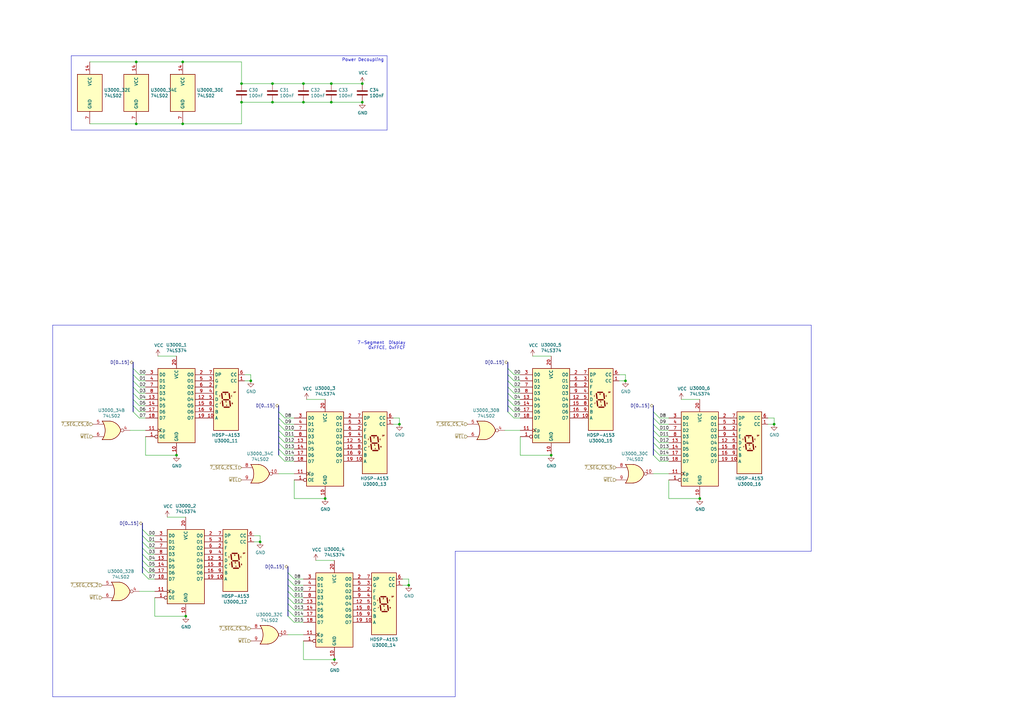
<source format=kicad_sch>
(kicad_sch (version 20250114) (generator "eeschema") (generator_version "9.0")
  (paper "A3")
  (lib_symbols
    (symbol "74xx:74LS02" (pin_names (offset 1.016))
      (property "Reference" "U" (at 0 1.27 0))
      (property "Value" "74LS02" (at 0 -1.27 0))
      (symbol "74LS02_1_1"
        (arc (start -3.81 3.81) (mid -2.589 0) (end -3.81 -3.81) (stroke (width 0.254)))
        (polyline (pts (xy -3.81 3.81) (xy -0.635 3.81)) (stroke (width 0.254)) (fill (type background)))
        (polyline (pts (xy -3.81 -3.81) (xy -0.635 -3.81)) (stroke (width 0.254)) (fill (type background)))
        (arc (start 3.81 0) (mid 2.1855 -2.584) (end -0.6096 -3.81) (stroke (width 0.254)) (fill (type background)))
        (arc (start -0.6096 3.81) (mid 2.1928 2.5924) (end 3.81 0) (stroke (width 0.254)) (fill (type background)))
        (polyline (pts (xy -0.635 3.81) (xy -3.81 3.81) (xy -3.81 3.81) (xy -3.556 3.4036) (xy -3.0226 2.2606) (xy -2.6924 1.0414) (xy -2.6162 -0.254) (xy -2.7686 -1.4986) (xy -3.175 -2.7178) (xy -3.81 -3.81) (xy -3.81 -3.81) (xy -0.635 -3.81)) (stroke (width -25.4)) (fill (type background)))
        (pin input line (at -7.62 2.54 0) (length 4.318) (name "~") (number "2"))
        (pin input line (at -7.62 -2.54 0) (length 4.318) (name "~") (number "3"))
        (pin output inverted (at 7.62 0 180) (length 3.81) (name "~") (number "1"))
      )
      (symbol "74LS02_1_2"
        (arc (start 0 3.81) (mid 3.7934 0) (end 0 -3.81) (stroke (width 0.254)) (fill (type background)))
        (polyline (pts (xy 0 3.81) (xy -3.81 3.81) (xy -3.81 -3.81) (xy 0 -3.81)) (stroke (width 0.254)) (fill (type background)))
        (pin input inverted (at -7.62 2.54 0) (length 3.81) (name "~") (number "2"))
        (pin input inverted (at -7.62 -2.54 0) (length 3.81) (name "~") (number "3"))
        (pin output line (at 7.62 0 180) (length 3.81) (name "~") (number "1"))
      )
      (symbol "74LS02_2_1"
        (arc (start -3.81 3.81) (mid -2.589 0) (end -3.81 -3.81) (stroke (width 0.254)))
        (polyline (pts (xy -3.81 3.81) (xy -0.635 3.81)) (stroke (width 0.254)) (fill (type background)))
        (polyline (pts (xy -3.81 -3.81) (xy -0.635 -3.81)) (stroke (width 0.254)) (fill (type background)))
        (arc (start 3.81 0) (mid 2.1855 -2.584) (end -0.6096 -3.81) (stroke (width 0.254)) (fill (type background)))
        (arc (start -0.6096 3.81) (mid 2.1928 2.5924) (end 3.81 0) (stroke (width 0.254)) (fill (type background)))
        (polyline (pts (xy -0.635 3.81) (xy -3.81 3.81) (xy -3.81 3.81) (xy -3.556 3.4036) (xy -3.0226 2.2606) (xy -2.6924 1.0414) (xy -2.6162 -0.254) (xy -2.7686 -1.4986) (xy -3.175 -2.7178) (xy -3.81 -3.81) (xy -3.81 -3.81) (xy -0.635 -3.81)) (stroke (width -25.4)) (fill (type background)))
        (pin input line (at -7.62 2.54 0) (length 4.318) (name "~") (number "5"))
        (pin input line (at -7.62 -2.54 0) (length 4.318) (name "~") (number "6"))
        (pin output inverted (at 7.62 0 180) (length 3.81) (name "~") (number "4"))
      )
      (symbol "74LS02_2_2"
        (arc (start 0 3.81) (mid 3.7934 0) (end 0 -3.81) (stroke (width 0.254)) (fill (type background)))
        (polyline (pts (xy 0 3.81) (xy -3.81 3.81) (xy -3.81 -3.81) (xy 0 -3.81)) (stroke (width 0.254)) (fill (type background)))
        (pin input inverted (at -7.62 2.54 0) (length 3.81) (name "~") (number "5"))
        (pin input inverted (at -7.62 -2.54 0) (length 3.81) (name "~") (number "6"))
        (pin output line (at 7.62 0 180) (length 3.81) (name "~") (number "4"))
      )
      (symbol "74LS02_3_1"
        (arc (start -3.81 3.81) (mid -2.589 0) (end -3.81 -3.81) (stroke (width 0.254)))
        (polyline (pts (xy -3.81 3.81) (xy -0.635 3.81)) (stroke (width 0.254)) (fill (type background)))
        (polyline (pts (xy -3.81 -3.81) (xy -0.635 -3.81)) (stroke (width 0.254)) (fill (type background)))
        (arc (start 3.81 0) (mid 2.1855 -2.584) (end -0.6096 -3.81) (stroke (width 0.254)) (fill (type background)))
        (arc (start -0.6096 3.81) (mid 2.1928 2.5924) (end 3.81 0) (stroke (width 0.254)) (fill (type background)))
        (polyline (pts (xy -0.635 3.81) (xy -3.81 3.81) (xy -3.81 3.81) (xy -3.556 3.4036) (xy -3.0226 2.2606) (xy -2.6924 1.0414) (xy -2.6162 -0.254) (xy -2.7686 -1.4986) (xy -3.175 -2.7178) (xy -3.81 -3.81) (xy -3.81 -3.81) (xy -0.635 -3.81)) (stroke (width -25.4)) (fill (type background)))
        (pin input line (at -7.62 2.54 0) (length 4.318) (name "~") (number "8"))
        (pin input line (at -7.62 -2.54 0) (length 4.318) (name "~") (number "9"))
        (pin output inverted (at 7.62 0 180) (length 3.81) (name "~") (number "10"))
      )
      (symbol "74LS02_3_2"
        (arc (start 0 3.81) (mid 3.7934 0) (end 0 -3.81) (stroke (width 0.254)) (fill (type background)))
        (polyline (pts (xy 0 3.81) (xy -3.81 3.81) (xy -3.81 -3.81) (xy 0 -3.81)) (stroke (width 0.254)) (fill (type background)))
        (pin input inverted (at -7.62 2.54 0) (length 3.81) (name "~") (number "8"))
        (pin input inverted (at -7.62 -2.54 0) (length 3.81) (name "~") (number "9"))
        (pin output line (at 7.62 0 180) (length 3.81) (name "~") (number "10"))
      )
      (symbol "74LS02_4_1"
        (arc (start -3.81 3.81) (mid -2.589 0) (end -3.81 -3.81) (stroke (width 0.254)))
        (polyline (pts (xy -3.81 3.81) (xy -0.635 3.81)) (stroke (width 0.254)) (fill (type background)))
        (polyline (pts (xy -3.81 -3.81) (xy -0.635 -3.81)) (stroke (width 0.254)) (fill (type background)))
        (arc (start 3.81 0) (mid 2.1855 -2.584) (end -0.6096 -3.81) (stroke (width 0.254)) (fill (type background)))
        (arc (start -0.6096 3.81) (mid 2.1928 2.5924) (end 3.81 0) (stroke (width 0.254)) (fill (type background)))
        (polyline (pts (xy -0.635 3.81) (xy -3.81 3.81) (xy -3.81 3.81) (xy -3.556 3.4036) (xy -3.0226 2.2606) (xy -2.6924 1.0414) (xy -2.6162 -0.254) (xy -2.7686 -1.4986) (xy -3.175 -2.7178) (xy -3.81 -3.81) (xy -3.81 -3.81) (xy -0.635 -3.81)) (stroke (width -25.4)) (fill (type background)))
        (pin input line (at -7.62 2.54 0) (length 4.318) (name "~") (number "11"))
        (pin input line (at -7.62 -2.54 0) (length 4.318) (name "~") (number "12"))
        (pin output inverted (at 7.62 0 180) (length 3.81) (name "~") (number "13"))
      )
      (symbol "74LS02_4_2"
        (arc (start 0 3.81) (mid 3.7934 0) (end 0 -3.81) (stroke (width 0.254)) (fill (type background)))
        (polyline (pts (xy 0 3.81) (xy -3.81 3.81) (xy -3.81 -3.81) (xy 0 -3.81)) (stroke (width 0.254)) (fill (type background)))
        (pin input inverted (at -7.62 2.54 0) (length 3.81) (name "~") (number "11"))
        (pin input inverted (at -7.62 -2.54 0) (length 3.81) (name "~") (number "12"))
        (pin output line (at 7.62 0 180) (length 3.81) (name "~") (number "13"))
      )
      (symbol "74LS02_5_0"
        (pin power_in line (at 0 12.7 270) (length 5.08) (name "VCC") (number "14"))
        (pin power_in line (at 0 -12.7 90) (length 5.08) (name "GND") (number "7"))
      )
      (symbol "74LS02_5_1"
        (rectangle (start -5.08 7.62) (end 5.08 -7.62) (stroke (width 0.254)) (fill (type background)))
      )
    )
    (symbol "74xx:74LS374"
      (property "Reference" "U" (at -7.62 16.51 0))
      (property "Value" "74LS374" (at -7.62 -16.51 0))
      (symbol "74LS374_1_0"
        (pin input line (at -12.7 12.7 0) (length 5.08) (name "D0") (number "3"))
        (pin input line (at -12.7 10.16 0) (length 5.08) (name "D1") (number "4"))
        (pin input line (at -12.7 7.62 0) (length 5.08) (name "D2") (number "7"))
        (pin input line (at -12.7 5.08 0) (length 5.08) (name "D3") (number "8"))
        (pin input line (at -12.7 2.54 0) (length 5.08) (name "D4") (number "13"))
        (pin input line (at -12.7 0 0) (length 5.08) (name "D5") (number "14"))
        (pin input line (at -12.7 -2.54 0) (length 5.08) (name "D6") (number "17"))
        (pin input line (at -12.7 -5.08 0) (length 5.08) (name "D7") (number "18"))
        (pin input clock (at -12.7 -10.16 0) (length 5.08) (name "Cp") (number "11"))
        (pin input inverted (at -12.7 -12.7 0) (length 5.08) (name "OE") (number "1"))
        (pin power_in line (at 0 20.32 270) (length 5.08) (name "VCC") (number "20"))
        (pin power_in line (at 0 -20.32 90) (length 5.08) (name "GND") (number "10"))
        (pin tri_state line (at 12.7 12.7 180) (length 5.08) (name "O0") (number "2"))
        (pin tri_state line (at 12.7 10.16 180) (length 5.08) (name "O1") (number "5"))
        (pin tri_state line (at 12.7 7.62 180) (length 5.08) (name "O2") (number "6"))
        (pin tri_state line (at 12.7 5.08 180) (length 5.08) (name "O3") (number "9"))
        (pin tri_state line (at 12.7 2.54 180) (length 5.08) (name "O4") (number "12"))
        (pin tri_state line (at 12.7 0 180) (length 5.08) (name "O5") (number "15"))
        (pin tri_state line (at 12.7 -2.54 180) (length 5.08) (name "O6") (number "16"))
        (pin tri_state line (at 12.7 -5.08 180) (length 5.08) (name "O7") (number "19"))
      )
      (symbol "74LS374_1_1"
        (rectangle (start -7.62 15.24) (end 7.62 -15.24) (stroke (width 0.254)) (fill (type background)))
      )
    )
    (symbol "Device:C" (pin_numbers (hide yes)) (pin_names (offset 0.254))
      (property "Reference" "C" (at 0.635 2.54 0))
      (property "Value" "C" (at 0.635 -2.54 0))
      (symbol "C_0_1"
        (polyline (pts (xy -2.032 0.762) (xy 2.032 0.762)) (stroke (width 0.508)))
        (polyline (pts (xy -2.032 -0.762) (xy 2.032 -0.762)) (stroke (width 0.508)))
      )
      (symbol "C_1_1"
        (pin passive line (at 0 3.81 270) (length 2.794) (name "~") (number "1"))
        (pin passive line (at 0 -3.81 90) (length 2.794) (name "~") (number "2"))
      )
    )
    (symbol "Display_Character:HDSP-A153"
      (property "Reference" "U" (at -3.81 13.97 0))
      (property "Value" "HDSP-A153" (at 6.35 13.97 0))
      (symbol "HDSP-A153_1_0"
        (text "E" (at -2.54 -1.397 0) (effects (font (size 0.508 0.508))))
        (text "F" (at -2.286 1.651 0) (effects (font (size 0.508 0.508))))
        (text "D" (at -0.254 -2.159 0) (effects (font (size 0.508 0.508))))
        (text "G" (at 0 0.889 0) (effects (font (size 0.508 0.508))))
        (text "A" (at 0.254 2.413 0) (effects (font (size 0.508 0.508))))
        (text "C" (at 2.286 -1.397 0) (effects (font (size 0.508 0.508))))
        (text "B" (at 2.54 1.651 0) (effects (font (size 0.508 0.508))))
        (text "DP" (at 3.556 -2.921 0) (effects (font (size 0.508 0.508))))
      )
      (symbol "HDSP-A153_1_1"
        (rectangle (start -5.08 12.7) (end 5.08 -12.7) (stroke (width 0.254)) (fill (type background)))
        (polyline (pts (xy -1.524 -0.381) (xy -1.778 -2.413)) (stroke (width 0.508)))
        (polyline (pts (xy -1.27 2.667) (xy -1.524 0.635)) (stroke (width 0.508)))
        (polyline (pts (xy -1.27 -2.921) (xy 0.762 -2.921)) (stroke (width 0.508)))
        (polyline (pts (xy -1.016 0.127) (xy 1.016 0.127)) (stroke (width 0.508)))
        (polyline (pts (xy -0.762 3.175) (xy 1.27 3.175)) (stroke (width 0.508)))
        (polyline (pts (xy 1.524 -0.381) (xy 1.27 -2.413)) (stroke (width 0.508)))
        (polyline (pts (xy 1.778 2.667) (xy 1.524 0.635)) (stroke (width 0.508)))
        (polyline (pts (xy 2.54 -2.921) (xy 2.54 -2.921)) (stroke (width 0.508)))
        (pin input line (at -7.62 7.62 0) (length 2.54) (name "A") (number "10"))
        (pin input line (at -7.62 5.08 0) (length 2.54) (name "B") (number "9"))
        (pin input line (at -7.62 2.54 0) (length 2.54) (name "C") (number "8"))
        (pin input line (at -7.62 0 0) (length 2.54) (name "D") (number "5"))
        (pin input line (at -7.62 -2.54 0) (length 2.54) (name "E") (number "4"))
        (pin input line (at -7.62 -5.08 0) (length 2.54) (name "F") (number "2"))
        (pin input line (at -7.62 -7.62 0) (length 2.54) (name "G") (number "3"))
        (pin input line (at -7.62 -10.16 0) (length 2.54) (name "DP") (number "7"))
        (pin input line (at 7.62 -7.62 180) (length 2.54) (name "CC") (number "1"))
        (pin input line (at 7.62 -10.16 180) (length 2.54) (name "CC") (number "6"))
      )
    )
    (symbol "power:GND" (power) (pin_names (offset 0))
      (property "Value" "GND" (at 0 -3.81 0))
      (symbol "GND_0_1"
        (polyline (pts (xy 0 0) (xy 0 -1.27) (xy 1.27 -1.27) (xy 0 -2.54) (xy -1.27 -1.27) (xy 0 -1.27)))
      )
      (symbol "GND_1_1"
        (pin power_in line (at 0 0 270) (length 0) (hide yes) (name "GND") (number "1"))
      )
    )
    (symbol "power:VCC" (power) (pin_names (offset 0))
      (property "Value" "VCC" (at 0 3.81 0))
      (symbol "VCC_0_1"
        (polyline (pts (xy -0.762 1.27) (xy 0 2.54)))
        (polyline (pts (xy 0 2.54) (xy 0.762 1.27)))
        (polyline (pts (xy 0 0) (xy 0 2.54)))
      )
      (symbol "VCC_1_1"
        (pin power_in line (at 0 0 90) (length 0) (hide yes) (name "VCC") (number "1"))
      )
    )
  )
  (text "Power Decoupling" (at 157.48 25.4 0) (effects (font (size 1.27 1.27)) (justify right bottom)))
  (text "7-Segment  Display\n0xFFCE, 0xFFCF" (at 166.37 143.51 0) (effects (font (size 1.27 1.27)) (justify right bottom)))
  (junction (at 55.88 50.8))
  (junction (at 133.35 204.47))
  (junction (at 106.68 222.25))
  (junction (at 55.88 25.4))
  (junction (at 111.76 41.91))
  (junction (at 76.2 252.73))
  (junction (at 99.06 41.91))
  (junction (at 99.06 34.29))
  (junction (at 135.89 34.29))
  (junction (at 124.46 41.91))
  (junction (at 163.83 173.99))
  (junction (at 137.16 270.51))
  (junction (at 317.5 173.99))
  (junction (at 74.93 50.8))
  (junction (at 102.87 156.21))
  (junction (at 287.02 204.47))
  (junction (at 256.54 156.21))
  (junction (at 124.46 34.29))
  (junction (at 226.06 186.69))
  (junction (at 167.64 240.03))
  (junction (at 111.76 34.29))
  (junction (at 74.93 25.4))
  (junction (at 135.89 41.91))
  (junction (at 148.59 41.91))
  (junction (at 148.59 34.29))
  (junction (at 72.39 186.69))
  (bus_entry (at 210.82 156.21) (size -2.54 -2.54))
  (bus_entry (at 60.96 224.79) (size -2.54 -2.54))
  (bus_entry (at 116.84 176.53) (size -2.54 -2.54))
  (bus_entry (at 120.65 255.27) (size -2.54 -2.54))
  (bus_entry (at 116.84 171.45) (size -2.54 -2.54))
  (bus_entry (at 57.15 166.37) (size -2.54 -2.54))
  (bus_entry (at 270.51 179.07) (size -2.54 -2.54))
  (bus_entry (at 57.15 171.45) (size -2.54 -2.54))
  (bus_entry (at 120.65 245.11) (size -2.54 -2.54))
  (bus_entry (at 57.15 158.75) (size -2.54 -2.54))
  (bus_entry (at 116.84 173.99) (size -2.54 -2.54))
  (bus_entry (at 60.96 219.71) (size -2.54 -2.54))
  (bus_entry (at 270.51 186.69) (size -2.54 -2.54))
  (bus_entry (at 116.84 186.69) (size -2.54 -2.54))
  (bus_entry (at 120.65 242.57) (size -2.54 -2.54))
  (bus_entry (at 120.65 250.19) (size -2.54 -2.54))
  (bus_entry (at 270.51 176.53) (size -2.54 -2.54))
  (bus_entry (at 57.15 153.67) (size -2.54 -2.54))
  (bus_entry (at 270.51 184.15) (size -2.54 -2.54))
  (bus_entry (at 60.96 237.49) (size -2.54 -2.54))
  (bus_entry (at 60.96 227.33) (size -2.54 -2.54))
  (bus_entry (at 270.51 189.23) (size -2.54 -2.54))
  (bus_entry (at 210.82 171.45) (size -2.54 -2.54))
  (bus_entry (at 60.96 234.95) (size -2.54 -2.54))
  (bus_entry (at 210.82 163.83) (size -2.54 -2.54))
  (bus_entry (at 116.84 189.23) (size -2.54 -2.54))
  (bus_entry (at 270.51 173.99) (size -2.54 -2.54))
  (bus_entry (at 210.82 158.75) (size -2.54 -2.54))
  (bus_entry (at 270.51 171.45) (size -2.54 -2.54))
  (bus_entry (at 210.82 153.67) (size -2.54 -2.54))
  (bus_entry (at 57.15 161.29) (size -2.54 -2.54))
  (bus_entry (at 57.15 156.21) (size -2.54 -2.54))
  (bus_entry (at 210.82 168.91) (size -2.54 -2.54))
  (bus_entry (at 60.96 222.25) (size -2.54 -2.54))
  (bus_entry (at 116.84 181.61) (size -2.54 -2.54))
  (bus_entry (at 270.51 181.61) (size -2.54 -2.54))
  (bus_entry (at 120.65 247.65) (size -2.54 -2.54))
  (bus_entry (at 60.96 229.87) (size -2.54 -2.54))
  (bus_entry (at 120.65 252.73) (size -2.54 -2.54))
  (bus_entry (at 210.82 161.29) (size -2.54 -2.54))
  (bus_entry (at 210.82 166.37) (size -2.54 -2.54))
  (bus_entry (at 60.96 232.41) (size -2.54 -2.54))
  (bus_entry (at 57.15 163.83) (size -2.54 -2.54))
  (bus_entry (at 57.15 168.91) (size -2.54 -2.54))
  (bus_entry (at 120.65 237.49) (size -2.54 -2.54))
  (bus_entry (at 116.84 179.07) (size -2.54 -2.54))
  (bus_entry (at 116.84 184.15) (size -2.54 -2.54))
  (bus_entry (at 120.65 240.03) (size -2.54 -2.54))
  (wire (pts (xy 120.65 245.11) (xy 124.46 245.11)))
  (wire (pts (xy 59.69 163.83) (xy 57.15 163.83)))
  (wire (pts (xy 63.5 234.95) (xy 60.96 234.95)))
  (wire (pts (xy 133.35 204.47) (xy 120.65 204.47)))
  (wire (pts (xy 116.84 189.23) (xy 120.65 189.23)))
  (bus (pts (xy 208.28 161.29) (xy 208.28 163.83)))
  (wire (pts (xy 116.84 184.15) (xy 120.65 184.15)))
  (wire (pts (xy 270.51 176.53) (xy 274.32 176.53)))
  (bus (pts (xy 208.28 153.67) (xy 208.28 156.21)))
  (wire (pts (xy 102.87 156.21) (xy 100.33 156.21)))
  (wire (pts (xy 120.65 247.65) (xy 124.46 247.65)))
  (bus (pts (xy 58.42 217.17) (xy 58.42 219.71)))
  (wire (pts (xy 63.5 219.71) (xy 60.96 219.71)))
  (bus (pts (xy 118.11 240.03) (xy 118.11 242.57)))
  (wire (pts (xy 124.46 34.29) (xy 111.76 34.29)))
  (bus (pts (xy 54.61 158.75) (xy 54.61 161.29)))
  (bus (pts (xy 267.97 171.45) (xy 267.97 173.99)))
  (polyline (pts (xy 158.75 22.86) (xy 29.21 22.86)))
  (wire (pts (xy 213.36 163.83) (xy 210.82 163.83)))
  (bus (pts (xy 114.3 179.07) (xy 114.3 181.61)))
  (wire (pts (xy 314.96 171.45) (xy 317.5 171.45)))
  (bus (pts (xy 267.97 166.37) (xy 267.97 168.91)))
  (bus (pts (xy 118.11 242.57) (xy 118.11 245.11)))
  (bus (pts (xy 54.61 156.21) (xy 54.61 158.75)))
  (wire (pts (xy 279.4 163.83) (xy 287.02 163.83)))
  (wire (pts (xy 116.84 181.61) (xy 120.65 181.61)))
  (bus (pts (xy 114.3 184.15) (xy 114.3 186.69)))
  (wire (pts (xy 124.46 270.51) (xy 124.46 262.89)))
  (bus (pts (xy 208.28 158.75) (xy 208.28 161.29)))
  (bus (pts (xy 114.3 168.91) (xy 114.3 171.45)))
  (bus (pts (xy 267.97 168.91) (xy 267.97 171.45)))
  (wire (pts (xy 36.83 50.8) (xy 55.88 50.8)))
  (wire (pts (xy 270.51 179.07) (xy 274.32 179.07)))
  (wire (pts (xy 213.36 168.91) (xy 210.82 168.91)))
  (wire (pts (xy 256.54 156.21) (xy 254 156.21)))
  (wire (pts (xy 57.15 156.21) (xy 59.69 156.21)))
  (polyline (pts (xy 186.69 226.06) (xy 332.74 226.06)))
  (bus (pts (xy 54.61 151.13) (xy 54.61 153.67)))
  (wire (pts (xy 111.76 34.29) (xy 99.06 34.29)))
  (wire (pts (xy 59.69 176.53) (xy 53.34 176.53)))
  (bus (pts (xy 54.61 166.37) (xy 54.61 168.91)))
  (bus (pts (xy 54.61 153.67) (xy 54.61 156.21)))
  (wire (pts (xy 270.51 184.15) (xy 274.32 184.15)))
  (wire (pts (xy 74.93 25.4) (xy 55.88 25.4)))
  (wire (pts (xy 120.65 194.31) (xy 114.3 194.31)))
  (wire (pts (xy 287.02 204.47) (xy 274.32 204.47)))
  (wire (pts (xy 256.54 153.67) (xy 256.54 156.21)))
  (bus (pts (xy 208.28 156.21) (xy 208.28 158.75)))
  (wire (pts (xy 274.32 194.31) (xy 267.97 194.31)))
  (wire (pts (xy 317.5 173.99) (xy 314.96 173.99)))
  (bus (pts (xy 118.11 247.65) (xy 118.11 250.19)))
  (wire (pts (xy 135.89 34.29) (xy 124.46 34.29)))
  (wire (pts (xy 63.5 224.79) (xy 60.96 224.79)))
  (bus (pts (xy 267.97 173.99) (xy 267.97 176.53)))
  (polyline (pts (xy 21.59 285.75) (xy 186.69 285.75)))
  (polyline (pts (xy 21.59 133.35) (xy 21.59 285.75)))
  (wire (pts (xy 129.54 229.87) (xy 137.16 229.87)))
  (bus (pts (xy 267.97 179.07) (xy 267.97 181.61)))
  (wire (pts (xy 135.89 41.91) (xy 148.59 41.91)))
  (wire (pts (xy 270.51 173.99) (xy 274.32 173.99)))
  (wire (pts (xy 124.46 41.91) (xy 135.89 41.91)))
  (wire (pts (xy 116.84 186.69) (xy 120.65 186.69)))
  (wire (pts (xy 161.29 171.45) (xy 163.83 171.45)))
  (wire (pts (xy 125.73 163.83) (xy 133.35 163.83)))
  (wire (pts (xy 120.65 252.73) (xy 124.46 252.73)))
  (wire (pts (xy 57.15 161.29) (xy 59.69 161.29)))
  (wire (pts (xy 99.06 50.8) (xy 74.93 50.8)))
  (wire (pts (xy 270.51 181.61) (xy 274.32 181.61)))
  (wire (pts (xy 76.2 252.73) (xy 63.5 252.73)))
  (wire (pts (xy 210.82 161.29) (xy 213.36 161.29)))
  (bus (pts (xy 267.97 176.53) (xy 267.97 179.07)))
  (bus (pts (xy 58.42 224.79) (xy 58.42 227.33)))
  (bus (pts (xy 114.3 176.53) (xy 114.3 179.07)))
  (wire (pts (xy 120.65 242.57) (xy 124.46 242.57)))
  (bus (pts (xy 114.3 166.37) (xy 114.3 168.91)))
  (bus (pts (xy 118.11 232.41) (xy 118.11 234.95)))
  (bus (pts (xy 118.11 250.19) (xy 118.11 252.73)))
  (wire (pts (xy 270.51 186.69) (xy 274.32 186.69)))
  (wire (pts (xy 213.36 158.75) (xy 210.82 158.75)))
  (wire (pts (xy 60.96 222.25) (xy 63.5 222.25)))
  (wire (pts (xy 210.82 171.45) (xy 213.36 171.45)))
  (bus (pts (xy 208.28 163.83) (xy 208.28 166.37)))
  (wire (pts (xy 120.65 240.03) (xy 124.46 240.03)))
  (wire (pts (xy 165.1 237.49) (xy 167.64 237.49)))
  (bus (pts (xy 58.42 219.71) (xy 58.42 222.25)))
  (bus (pts (xy 118.11 245.11) (xy 118.11 247.65)))
  (wire (pts (xy 111.76 41.91) (xy 124.46 41.91)))
  (wire (pts (xy 57.15 166.37) (xy 59.69 166.37)))
  (wire (pts (xy 36.83 25.4) (xy 55.88 25.4)))
  (wire (pts (xy 148.59 34.29) (xy 135.89 34.29)))
  (wire (pts (xy 60.96 227.33) (xy 63.5 227.33)))
  (wire (pts (xy 106.68 222.25) (xy 104.14 222.25)))
  (wire (pts (xy 99.06 34.29) (xy 99.06 25.4)))
  (wire (pts (xy 226.06 186.69) (xy 213.36 186.69)))
  (wire (pts (xy 120.65 255.27) (xy 124.46 255.27)))
  (wire (pts (xy 270.51 171.45) (xy 274.32 171.45)))
  (bus (pts (xy 54.61 161.29) (xy 54.61 163.83)))
  (bus (pts (xy 267.97 181.61) (xy 267.97 184.15)))
  (wire (pts (xy 317.5 171.45) (xy 317.5 173.99)))
  (bus (pts (xy 58.42 227.33) (xy 58.42 229.87)))
  (wire (pts (xy 213.36 153.67) (xy 210.82 153.67)))
  (bus (pts (xy 118.11 237.49) (xy 118.11 240.03)))
  (bus (pts (xy 208.28 166.37) (xy 208.28 168.91)))
  (wire (pts (xy 116.84 173.99) (xy 120.65 173.99)))
  (wire (pts (xy 72.39 186.69) (xy 59.69 186.69)))
  (bus (pts (xy 58.42 232.41) (xy 58.42 234.95)))
  (polyline (pts (xy 332.74 133.35) (xy 21.59 133.35)))
  (wire (pts (xy 218.44 146.05) (xy 226.06 146.05)))
  (wire (pts (xy 116.84 179.07) (xy 120.65 179.07)))
  (wire (pts (xy 57.15 171.45) (xy 59.69 171.45)))
  (bus (pts (xy 208.28 148.59) (xy 208.28 151.13)))
  (wire (pts (xy 167.64 240.03) (xy 165.1 240.03)))
  (bus (pts (xy 58.42 222.25) (xy 58.42 224.79)))
  (wire (pts (xy 163.83 173.99) (xy 161.29 173.99)))
  (wire (pts (xy 59.69 168.91) (xy 57.15 168.91)))
  (bus (pts (xy 58.42 229.87) (xy 58.42 232.41)))
  (wire (pts (xy 213.36 186.69) (xy 213.36 179.07)))
  (wire (pts (xy 63.5 229.87) (xy 60.96 229.87)))
  (bus (pts (xy 58.42 214.63) (xy 58.42 217.17)))
  (wire (pts (xy 99.06 41.91) (xy 111.76 41.91)))
  (wire (pts (xy 210.82 156.21) (xy 213.36 156.21)))
  (polyline (pts (xy 29.21 22.86) (xy 29.21 53.34)))
  (wire (pts (xy 270.51 189.23) (xy 274.32 189.23)))
  (wire (pts (xy 99.06 41.91) (xy 99.06 50.8)))
  (polyline (pts (xy 158.75 22.86) (xy 158.75 53.34)))
  (wire (pts (xy 120.65 204.47) (xy 120.65 196.85)))
  (wire (pts (xy 68.58 212.09) (xy 76.2 212.09)))
  (wire (pts (xy 163.83 171.45) (xy 163.83 173.99)))
  (wire (pts (xy 60.96 237.49) (xy 63.5 237.49)))
  (polyline (pts (xy 186.69 226.06) (xy 186.69 285.75)))
  (bus (pts (xy 208.28 151.13) (xy 208.28 153.67)))
  (wire (pts (xy 102.87 153.67) (xy 102.87 156.21)))
  (wire (pts (xy 213.36 176.53) (xy 207.01 176.53)))
  (wire (pts (xy 100.33 153.67) (xy 102.87 153.67)))
  (polyline (pts (xy 332.74 133.35) (xy 332.74 226.06)))
  (polyline (pts (xy 29.21 53.34) (xy 158.75 53.34)))
  (wire (pts (xy 64.77 146.05) (xy 72.39 146.05)))
  (bus (pts (xy 118.11 234.95) (xy 118.11 237.49)))
  (wire (pts (xy 116.84 176.53) (xy 120.65 176.53)))
  (wire (pts (xy 63.5 252.73) (xy 63.5 245.11)))
  (wire (pts (xy 210.82 166.37) (xy 213.36 166.37)))
  (wire (pts (xy 104.14 219.71) (xy 106.68 219.71)))
  (wire (pts (xy 124.46 260.35) (xy 118.11 260.35)))
  (wire (pts (xy 74.93 50.8) (xy 55.88 50.8)))
  (wire (pts (xy 63.5 242.57) (xy 57.15 242.57)))
  (bus (pts (xy 267.97 184.15) (xy 267.97 186.69)))
  (wire (pts (xy 99.06 25.4) (xy 74.93 25.4)))
  (wire (pts (xy 137.16 270.51) (xy 124.46 270.51)))
  (wire (pts (xy 254 153.67) (xy 256.54 153.67)))
  (wire (pts (xy 59.69 158.75) (xy 57.15 158.75)))
  (wire (pts (xy 120.65 237.49) (xy 124.46 237.49)))
  (wire (pts (xy 106.68 219.71) (xy 106.68 222.25)))
  (wire (pts (xy 274.32 204.47) (xy 274.32 196.85)))
  (bus (pts (xy 114.3 181.61) (xy 114.3 184.15)))
  (wire (pts (xy 59.69 153.67) (xy 57.15 153.67)))
  (wire (pts (xy 60.96 232.41) (xy 63.5 232.41)))
  (wire (pts (xy 167.64 237.49) (xy 167.64 240.03)))
  (bus (pts (xy 54.61 163.83) (xy 54.61 166.37)))
  (wire (pts (xy 120.65 250.19) (xy 124.46 250.19)))
  (wire (pts (xy 116.84 171.45) (xy 120.65 171.45)))
  (bus (pts (xy 54.61 148.59) (xy 54.61 151.13)))
  (bus (pts (xy 114.3 171.45) (xy 114.3 173.99)))
  (wire (pts (xy 59.69 186.69) (xy 59.69 179.07)))
  (bus (pts (xy 114.3 173.99) (xy 114.3 176.53)))
  (label "D12" (at 116.84 181.61 0))
  (label "D0" (at 210.82 153.67 0))
  (label "D0" (at 60.96 219.71 0))
  (label "D7" (at 210.82 171.45 0))
  (label "D15" (at 116.84 189.23 0))
  (label "D9" (at 116.84 173.99 0))
  (label "D9" (at 120.65 240.03 0))
  (label "D7" (at 60.96 237.49 0))
  (label "D0" (at 57.15 153.67 0))
  (label "D1" (at 210.82 156.21 0))
  (label "D1" (at 60.96 222.25 0))
  (label "D15" (at 270.51 189.23 0))
  (label "D10" (at 120.65 242.57 0))
  (label "D10" (at 116.84 176.53 0))
  (label "D6" (at 210.82 168.91 0))
  (label "D9" (at 270.51 173.99 0))
  (label "D8" (at 120.65 237.49 0))
  (label "D2" (at 210.82 158.75 0))
  (label "D8" (at 270.51 171.45 0))
  (label "D15" (at 120.65 255.27 0))
  (label "D11" (at 116.84 179.07 0))
  (label "D5" (at 60.96 232.41 0))
  (label "D6" (at 60.96 234.95 0))
  (label "D1" (at 57.15 156.21 0))
  (label "D12" (at 270.51 181.61 0))
  (label "D11" (at 120.65 245.11 0))
  (label "D13" (at 270.51 184.15 0))
  (label "D5" (at 210.82 166.37 0))
  (label "D4" (at 210.82 163.83 0))
  (label "D7" (at 57.15 171.45 0))
  (label "D4" (at 57.15 163.83 0))
  (label "D14" (at 270.51 186.69 0))
  (label "D2" (at 57.15 158.75 0))
  (label "D6" (at 57.15 168.91 0))
  (label "D11" (at 270.51 179.07 0))
  (label "D8" (at 116.84 171.45 0))
  (label "D14" (at 120.65 252.73 0))
  (label "D14" (at 116.84 186.69 0))
  (label "D4" (at 60.96 229.87 0))
  (label "D13" (at 120.65 250.19 0))
  (label "D3" (at 210.82 161.29 0))
  (label "D3" (at 60.96 227.33 0))
  (label "D12" (at 120.65 247.65 0))
  (label "D13" (at 116.84 184.15 0))
  (label "D2" (at 60.96 224.79 0))
  (label "D5" (at 57.15 166.37 0))
  (label "D10" (at 270.51 176.53 0))
  (label "D3" (at 57.15 161.29 0))
  (hierarchical_label "D[0..15]" (shape bidirectional) (at 58.42 214.63 180))
  (hierarchical_label "D[0..15]" (shape bidirectional) (at 267.97 166.37 180))
  (hierarchical_label "D[0..15]" (shape bidirectional) (at 114.3 166.37 180))
  (hierarchical_label "~{WEL}" (shape input) (at 41.91 245.11 180))
  (hierarchical_label "~{WEL}" (shape input) (at 252.73 196.85 180))
  (hierarchical_label "~{7_SEG_CS_5}" (shape input) (at 252.73 191.77 180))
  (hierarchical_label "~{WEL}" (shape input) (at 38.1 179.07 180))
  (hierarchical_label "~{7_SEG_CS_0}" (shape input) (at 38.1 173.99 180))
  (hierarchical_label "~{WEL}" (shape input) (at 102.87 262.89 180))
  (hierarchical_label "~{WEL}" (shape input) (at 191.77 179.07 180))
  (hierarchical_label "~{7_SEG_CS_4}" (shape input) (at 191.77 173.99 180))
  (hierarchical_label "D[0..15]" (shape bidirectional) (at 54.61 148.59 180))
  (hierarchical_label "~{7_SEG_CS_2}" (shape input) (at 41.91 240.03 180))
  (hierarchical_label "D[0..15]" (shape bidirectional) (at 118.11 232.41 180))
  (hierarchical_label "~{WEL}" (shape input) (at 99.06 196.85 180))
  (hierarchical_label "D[0..15]" (shape bidirectional) (at 208.28 148.59 180))
  (hierarchical_label "~{7_SEG_CS_1}" (shape input) (at 99.06 191.77 180))
  (hierarchical_label "~{7_SEG_CS_3}" (shape input) (at 102.87 257.81 180))
  (symbol (lib_id "power:VCC") (at 218.44 146.05 0) (unit 1)
    (property "Reference" "#PWR059" (effects (hide yes)))
    (property "Value" "VCC" (at 218.821 141.6558 0))
  )
  (symbol (lib_id "power:VCC") (at 68.58 212.09 0) (unit 1)
    (property "Reference" "#PWR043" (effects (hide yes)))
    (property "Value" "VCC" (at 68.961 207.6958 0))
  )
  (symbol (lib_id "power:GND") (at 226.06 186.69 0) (unit 1)
    (property "Reference" "#PWR060" (effects (hide yes)))
    (property "Value" "GND" (at 226.187 191.0842 0))
  )
  (symbol (lib_id "power:GND") (at 137.16 270.51 0) (unit 1)
    (property "Reference" "#PWR054" (effects (hide yes)))
    (property "Value" "GND" (at 137.287 274.9042 0))
  )
  (symbol (lib_id "74xx:74LS374") (at 133.35 184.15 0) (unit 1)
    (property "Reference" "U3000_3" (at 133.35 159.2326 0))
    (property "Value" "74LS374" (at 133.35 161.544 0))
    (property "Footprint" "Package_DIP:DIP-20_W7.62mm" (effects (hide yes)))
    (property "Datasheet" "http://www.ti.com/lit/gpn/sn74LS374" (effects (hide yes)))
  )
  (symbol (lib_id "74xx:74LS02") (at 260.35 194.31 0) (unit 3)
    (property "Reference" "U3000_30" (at 260.35 186.055 0))
    (property "Value" "74LS02" (at 260.35 188.3664 0))
    (property "Footprint" "Package_DIP:DIP-20_W7.62mm" (effects (hide yes)))
    (property "Datasheet" "http://www.ti.com/lit/gpn/sn74ls02" (effects (hide yes)))
  )
  (symbol (lib_id "power:GND") (at 287.02 204.47 0) (unit 1)
    (property "Reference" "#PWR066" (effects (hide yes)))
    (property "Value" "GND" (at 287.147 208.8642 0))
  )
  (symbol (lib_id "power:GND") (at 76.2 252.73 0) (unit 1)
    (property "Reference" "#PWR045" (effects (hide yes)))
    (property "Value" "GND" (at 76.327 257.1242 0))
  )
  (symbol (lib_id "Display_Character:HDSP-A153") (at 246.38 163.83 0) (mirror x) (unit 1)
    (property "Reference" "U3000_15" (at 246.38 180.7718 0))
    (property "Value" "HDSP-A153" (at 246.38 178.4604 0))
    (property "Footprint" "Display_7Segment:HDSP-A151" (effects (hide yes)))
    (property "Datasheet" "https://docs.broadcom.com/docs/AV02-2553EN" (effects (hide yes)))
  )
  (symbol (lib_id "Display_Character:HDSP-A153") (at 153.67 181.61 0) (mirror x) (unit 1)
    (property "Reference" "U3000_13" (at 153.67 198.5518 0))
    (property "Value" "HDSP-A153" (at 153.67 196.2404 0))
    (property "Footprint" "Display_7Segment:HDSP-A151" (effects (hide yes)))
    (property "Datasheet" "https://docs.broadcom.com/docs/AV02-2553EN" (effects (hide yes)))
  )
  (symbol (lib_id "74xx:74LS02") (at 74.93 38.1 0) (unit 5)
    (property "Reference" "U3000_30" (at 80.772 36.9316 0) (effects (justify left)))
    (property "Value" "74LS02" (at 80.772 39.243 0) (effects (justify left)))
    (property "Footprint" "Package_DIP:DIP-20_W7.62mm" (effects (hide yes)))
    (property "Datasheet" "http://www.ti.com/lit/gpn/sn74ls02" (effects (hide yes)))
  )
  (symbol (lib_id "74xx:74LS374") (at 287.02 184.15 0) (unit 1)
    (property "Reference" "U3000_6" (at 287.02 159.2326 0))
    (property "Value" "74LS374" (at 287.02 161.544 0))
    (property "Footprint" "Package_DIP:DIP-20_W7.62mm" (effects (hide yes)))
    (property "Datasheet" "http://www.ti.com/lit/gpn/sn74LS374" (effects (hide yes)))
  )
  (symbol (lib_id "74xx:74LS02") (at 55.88 38.1 0) (unit 5)
    (property "Reference" "U3000_34" (at 61.722 36.9316 0) (effects (justify left)))
    (property "Value" "74LS02" (at 61.722 39.243 0) (effects (justify left)))
    (property "Footprint" "Package_DIP:DIP-20_W7.62mm" (effects (hide yes)))
    (property "Datasheet" "http://www.ti.com/lit/gpn/sn74ls02" (effects (hide yes)))
  )
  (symbol (lib_id "power:VCC") (at 64.77 146.05 0) (unit 1)
    (property "Reference" "#PWR041" (effects (hide yes)))
    (property "Value" "VCC" (at 65.151 141.6558 0))
  )
  (symbol (lib_id "74xx:74LS02") (at 45.72 176.53 0) (unit 2)
    (property "Reference" "U3000_34" (at 45.72 168.275 0))
    (property "Value" "74LS02" (at 45.72 170.5864 0))
    (property "Footprint" "Package_DIP:DIP-20_W7.62mm" (effects (hide yes)))
    (property "Datasheet" "http://www.ti.com/lit/gpn/sn74ls02" (effects (hide yes)))
  )
  (symbol (lib_id "power:GND") (at 148.59 41.91 0) (unit 1)
    (property "Reference" "#PWR050" (effects (hide yes)))
    (property "Value" "GND" (at 148.717 46.3042 0))
  )
  (symbol (lib_id "74xx:74LS374") (at 226.06 166.37 0) (unit 1)
    (property "Reference" "U3000_5" (at 226.06 141.4526 0))
    (property "Value" "74LS374" (at 226.06 143.764 0))
    (property "Footprint" "Package_DIP:DIP-20_W7.62mm" (effects (hide yes)))
    (property "Datasheet" "http://www.ti.com/lit/gpn/sn74LS374" (effects (hide yes)))
  )
  (symbol (lib_id "power:GND") (at 167.64 240.03 0) (unit 1)
    (property "Reference" "#PWR057" (effects (hide yes)))
    (property "Value" "GND" (at 167.767 244.4242 0))
  )
  (symbol (lib_id "power:GND") (at 72.39 186.69 0) (unit 1)
    (property "Reference" "#PWR044" (effects (hide yes)))
    (property "Value" "GND" (at 72.517 191.0842 0))
  )
  (symbol (lib_id "74xx:74LS02") (at 110.49 260.35 0) (unit 3)
    (property "Reference" "U3000_32" (at 110.49 252.095 0))
    (property "Value" "74LS02" (at 110.49 254.4064 0))
    (property "Footprint" "Package_DIP:DIP-20_W7.62mm" (effects (hide yes)))
    (property "Datasheet" "http://www.ti.com/lit/gpn/sn74ls02" (effects (hide yes)))
  )
  (symbol (lib_id "74xx:74LS02") (at 36.83 38.1 0) (unit 5)
    (property "Reference" "U3000_32" (at 42.672 36.9316 0) (effects (justify left)))
    (property "Value" "74LS02" (at 42.672 39.243 0) (effects (justify left)))
    (property "Footprint" "Package_DIP:DIP-20_W7.62mm" (effects (hide yes)))
    (property "Datasheet" "http://www.ti.com/lit/gpn/sn74ls02" (effects (hide yes)))
  )
  (symbol (lib_id "74xx:74LS02") (at 199.39 176.53 0) (unit 2)
    (property "Reference" "U3000_30" (at 199.39 168.275 0))
    (property "Value" "74LS02" (at 199.39 170.5864 0))
    (property "Footprint" "Package_DIP:DIP-20_W7.62mm" (effects (hide yes)))
    (property "Datasheet" "http://www.ti.com/lit/gpn/sn74ls02" (effects (hide yes)))
  )
  (symbol (lib_id "power:VCC") (at 279.4 163.83 0) (unit 1)
    (property "Reference" "#PWR065" (effects (hide yes)))
    (property "Value" "VCC" (at 279.781 159.4358 0))
  )
  (symbol (lib_id "power:VCC") (at 148.59 34.29 0) (unit 1)
    (property "Reference" "#PWR049" (effects (hide yes)))
    (property "Value" "VCC" (at 148.971 29.8958 0))
  )
  (symbol (lib_id "74xx:74LS02") (at 49.53 242.57 0) (unit 2)
    (property "Reference" "U3000_32" (at 49.53 234.315 0))
    (property "Value" "74LS02" (at 49.53 236.6264 0))
    (property "Footprint" "Package_DIP:DIP-20_W7.62mm" (effects (hide yes)))
    (property "Datasheet" "http://www.ti.com/lit/gpn/sn74ls02" (effects (hide yes)))
  )
  (symbol (lib_id "Device:C") (at 124.46 38.1 0) (unit 1)
    (property "Reference" "C32" (at 127.381 36.9316 0) (effects (justify left)))
    (property "Value" "100nF" (at 127.381 39.243 0) (effects (justify left)))
    (property "Footprint" "Capacitor_THT:C_Rect_L4.0mm_W2.5mm_P2.50mm" (effects (hide yes)))
  )
  (symbol (lib_id "Device:C") (at 135.89 38.1 0) (unit 1)
    (property "Reference" "C33" (at 138.811 36.9316 0) (effects (justify left)))
    (property "Value" "100nF" (at 138.811 39.243 0) (effects (justify left)))
    (property "Footprint" "Capacitor_THT:C_Rect_L4.0mm_W2.5mm_P2.50mm" (effects (hide yes)))
  )
  (symbol (lib_id "power:VCC") (at 125.73 163.83 0) (unit 1)
    (property "Reference" "#PWR051" (effects (hide yes)))
    (property "Value" "VCC" (at 126.111 159.4358 0))
  )
  (symbol (lib_id "Display_Character:HDSP-A153") (at 157.48 247.65 0) (mirror x) (unit 1)
    (property "Reference" "U3000_14" (at 157.48 264.5918 0))
    (property "Value" "HDSP-A153" (at 157.48 262.2804 0))
    (property "Footprint" "Display_7Segment:HDSP-A151" (effects (hide yes)))
    (property "Datasheet" "https://docs.broadcom.com/docs/AV02-2553EN" (effects (hide yes)))
  )
  (symbol (lib_id "74xx:74LS374") (at 76.2 232.41 0) (unit 1)
    (property "Reference" "U3000_2" (at 76.2 207.4926 0))
    (property "Value" "74LS374" (at 76.2 209.804 0))
    (property "Footprint" "Package_DIP:DIP-20_W7.62mm" (effects (hide yes)))
    (property "Datasheet" "http://www.ti.com/lit/gpn/sn74LS374" (effects (hide yes)))
  )
  (symbol (lib_id "74xx:74LS374") (at 72.39 166.37 0) (unit 1)
    (property "Reference" "U3000_1" (at 72.39 141.4526 0))
    (property "Value" "74LS374" (at 72.39 143.764 0))
    (property "Footprint" "Package_DIP:DIP-20_W7.62mm" (effects (hide yes)))
    (property "Datasheet" "http://www.ti.com/lit/gpn/sn74LS374" (effects (hide yes)))
  )
  (symbol (lib_id "power:VCC") (at 129.54 229.87 0) (unit 1)
    (property "Reference" "#PWR052" (effects (hide yes)))
    (property "Value" "VCC" (at 129.921 225.4758 0))
  )
  (symbol (lib_id "power:GND") (at 317.5 173.99 0) (unit 1)
    (property "Reference" "#PWR067" (effects (hide yes)))
    (property "Value" "GND" (at 317.627 178.3842 0))
  )
  (symbol (lib_id "Device:C") (at 111.76 38.1 0) (unit 1)
    (property "Reference" "C31" (at 114.681 36.9316 0) (effects (justify left)))
    (property "Value" "100nF" (at 114.681 39.243 0) (effects (justify left)))
    (property "Footprint" "Capacitor_THT:C_Rect_L4.0mm_W2.5mm_P2.50mm" (effects (hide yes)))
  )
  (symbol (lib_id "74xx:74LS374") (at 137.16 250.19 0) (unit 1)
    (property "Reference" "U3000_4" (at 137.16 225.2726 0))
    (property "Value" "74LS374" (at 137.16 227.584 0))
    (property "Footprint" "Package_DIP:DIP-20_W7.62mm" (effects (hide yes)))
    (property "Datasheet" "http://www.ti.com/lit/gpn/sn74LS374" (effects (hide yes)))
  )
  (symbol (lib_id "Device:C") (at 148.59 38.1 0) (unit 1)
    (property "Reference" "C34" (at 151.511 36.9316 0) (effects (justify left)))
    (property "Value" "100nF" (at 151.511 39.243 0) (effects (justify left)))
    (property "Footprint" "Capacitor_THT:C_Rect_L4.0mm_W2.5mm_P2.50mm" (effects (hide yes)))
  )
  (symbol (lib_id "power:GND") (at 163.83 173.99 0) (unit 1)
    (property "Reference" "#PWR055" (effects (hide yes)))
    (property "Value" "GND" (at 163.957 178.3842 0))
  )
  (symbol (lib_id "power:GND") (at 106.68 222.25 0) (unit 1)
    (property "Reference" "#PWR048" (effects (hide yes)))
    (property "Value" "GND" (at 106.807 226.6442 0))
  )
  (symbol (lib_id "power:GND") (at 102.87 156.21 0) (unit 1)
    (property "Reference" "#PWR047" (effects (hide yes)))
    (property "Value" "GND" (at 102.997 160.6042 0))
  )
  (symbol (lib_id "Display_Character:HDSP-A153") (at 92.71 163.83 0) (mirror x) (unit 1)
    (property "Reference" "U3000_11" (at 92.71 180.7718 0))
    (property "Value" "HDSP-A153" (at 92.71 178.4604 0))
    (property "Footprint" "Display_7Segment:HDSP-A151" (effects (hide yes)))
    (property "Datasheet" "https://docs.broadcom.com/docs/AV02-2553EN" (effects (hide yes)))
  )
  (symbol (lib_id "power:GND") (at 133.35 204.47 0) (unit 1)
    (property "Reference" "#PWR053" (effects (hide yes)))
    (property "Value" "GND" (at 133.477 208.8642 0))
  )
  (symbol (lib_id "74xx:74LS02") (at 106.68 194.31 0) (unit 3)
    (property "Reference" "U3000_34" (at 106.68 186.055 0))
    (property "Value" "74LS02" (at 106.68 188.3664 0))
    (property "Footprint" "Package_DIP:DIP-20_W7.62mm" (effects (hide yes)))
    (property "Datasheet" "http://www.ti.com/lit/gpn/sn74ls02" (effects (hide yes)))
  )
  (symbol (lib_id "Display_Character:HDSP-A153") (at 96.52 229.87 0) (mirror x) (unit 1)
    (property "Reference" "U3000_12" (at 96.52 246.8118 0))
    (property "Value" "HDSP-A153" (at 96.52 244.5004 0))
    (property "Footprint" "Display_7Segment:HDSP-A151" (effects (hide yes)))
    (property "Datasheet" "https://docs.broadcom.com/docs/AV02-2553EN" (effects (hide yes)))
  )
  (symbol (lib_id "Device:C") (at 99.06 38.1 0) (unit 1)
    (property "Reference" "C30" (at 101.981 36.9316 0) (effects (justify left)))
    (property "Value" "100nF" (at 101.981 39.243 0) (effects (justify left)))
    (property "Footprint" "Capacitor_THT:C_Rect_L4.0mm_W2.5mm_P2.50mm" (effects (hide yes)))
  )
  (symbol (lib_id "power:GND") (at 256.54 156.21 0) (unit 1)
    (property "Reference" "#PWR063" (effects (hide yes)))
    (property "Value" "GND" (at 256.667 160.6042 0))
  )
  (symbol (lib_id "Display_Character:HDSP-A153") (at 307.34 181.61 0) (mirror x) (unit 1)
    (property "Reference" "U3000_16" (at 307.34 198.5518 0))
    (property "Value" "HDSP-A153" (at 307.34 196.2404 0))
    (property "Footprint" "Display_7Segment:HDSP-A151" (effects (hide yes)))
    (property "Datasheet" "https://docs.broadcom.com/docs/AV02-2553EN" (effects (hide yes)))
  )
)
</source>
